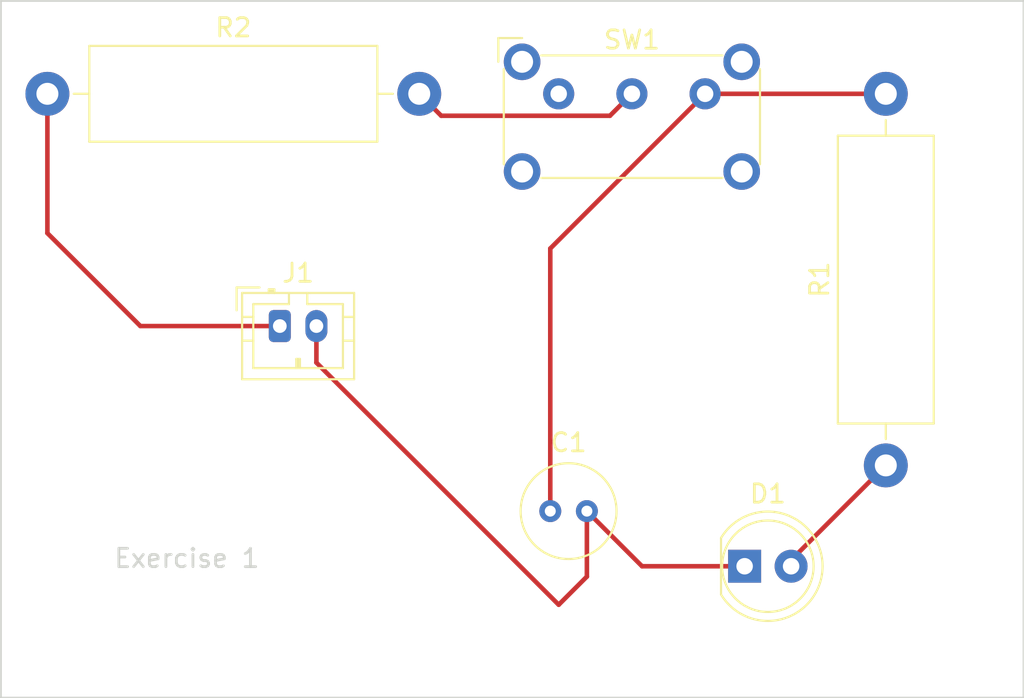
<source format=kicad_pcb>
(kicad_pcb (version 20211014) (generator pcbnew)
  (layers (0 "F.Cu" signal) (31 "B.Cu" signal) (34 "B.Paste" user) (35 "F.Paste" user) (36 "B.SilkS" user "B.Silkscreen") (37 "F.SilkS" user "F.Silkscreen") (38 "B.Mask" user) (39 "F.Mask" user) (44 "Edge.Cuts" user))
  (net 0 "")
  (net 1 "Net-(C1-Pad1)")
  (net 2 "Net-(C1-Pad2)")
  (net 3 "Net-(D1-Pad2)")
  (net 4 "Net-(J1-Pad1)")
  (net 5 "Net-(R2-Pad2)")
  (footprint "Connector_JST:JST_PH_B2B-PH-K_1x02_P2.00mm_Vertical" (layer "F.Cu") (at 129.54 78.74)
    (fp_text reference "J1" (at 1 -2.9) (layer "F.SilkS"))
    (fp_text value "9 V")
    (fp_line (start -0.3 -1.91) (end -0.6 -1.91) (layer "F.SilkS") (width 0.12))
    (fp_line (start -2.06 2.91) (end 4.06 2.91) (layer "F.SilkS") (width 0.12))
    (fp_line (start -0.6 -2.01) (end -0.6 -1.81) (layer "F.SilkS") (width 0.12))
    (fp_line (start -1.11 -2.11) (end -2.36 -2.11) (layer "F.SilkS") (width 0.12))
    (fp_line (start 1.5 -1.2) (end 1.5 -1.81) (layer "F.SilkS") (width 0.12))
    (fp_line (start 1.1 1.8) (end 1.1 2.3) (layer "F.SilkS") (width 0.12))
    (fp_line (start 0.5 -1.2) (end -1.45 -1.2) (layer "F.SilkS") (width 0.12))
    (fp_line (start 0.5 -1.81) (end 0.5 -1.2) (layer "F.SilkS") (width 0.12))
    (fp_line (start 4.06 0.8) (end 3.45 0.8) (layer "F.SilkS") (width 0.12))
    (fp_line (start -2.06 -0.5) (end -1.45 -0.5) (layer "F.SilkS") (width 0.12))
    (fp_line (start 4.06 -1.81) (end -2.06 -1.81) (layer "F.SilkS") (width 0.12))
    (fp_line (start 0.9 1.8) (end 1.1 1.8) (layer "F.SilkS") (width 0.12))
    (fp_line (start -1.45 -1.2) (end -1.45 2.3) (layer "F.SilkS") (width 0.12))
    (fp_line (start 4.06 -0.5) (end 3.45 -0.5) (layer "F.SilkS") (width 0.12))
    (fp_line (start -2.06 -1.81) (end -2.06 2.91) (layer "F.SilkS") (width 0.12))
    (fp_line (start 0.9 2.3) (end 0.9 1.8) (layer "F.SilkS") (width 0.12))
    (fp_line (start -2.06 0.8) (end -1.45 0.8) (layer "F.SilkS") (width 0.12))
    (fp_line (start -2.36 -2.11) (end -2.36 -0.86) (layer "F.SilkS") (width 0.12))
    (fp_line (start 3.45 2.3) (end 3.45 -1.2) (layer "F.SilkS") (width 0.12))
    (fp_line (start 3.45 -1.2) (end 1.5 -1.2) (layer "F.SilkS") (width 0.12))
    (fp_line (start 4.06 2.91) (end 4.06 -1.81) (layer "F.SilkS") (width 0.12))
    (fp_line (start -0.3 -2.01) (end -0.6 -2.01) (layer "F.SilkS") (width 0.12))
    (fp_line (start -0.3 -1.81) (end -0.3 -2.01) (layer "F.SilkS") (width 0.12))
    (fp_line (start -1.45 2.3) (end 3.45 2.3) (layer "F.SilkS") (width 0.12))
    (fp_line (start 1 2.3) (end 1 1.8) (layer "F.SilkS") (width 0.12))
    (pad "1" thru_hole roundrect (at 0 0) (size 1.2 1.75) (drill 0.75) (layers *.Cu *.Mask) (roundrect_rratio 0.208333) (net 4 "Net-(J1-Pad1)"))
    (pad "2" thru_hole oval (at 2 0) (size 1.2 1.75) (drill 0.75) (layers *.Cu *.Mask) (net 2 "Net-(C1-Pad2)"))
  )
  (footprint "Button_Switch_THT:SW_E-Switch_EG1224_SPDT_Angled" (layer "F.Cu") (at 144.78 66.04)
    (fp_text reference "SW1" (at 4 -2.95) (layer "F.SilkS"))
    (fp_text value "SW1")
    (fp_line (start -3 3.85) (end -3 -1.35) (layer "F.SilkS") (width 0.12))
    (fp_line (start -3.3 -3.05) (end -2 -3.05) (layer "F.SilkS") (width 0.12))
    (fp_line (start 11 -1.35) (end 11 3.85) (layer "F.SilkS") (width 0.12))
    (fp_line (start 8.95 4.6) (end -0.95 4.6) (layer "F.SilkS") (width 0.12))
    (fp_line (start -3.3 -1.75) (end -3.3 -3.05) (layer "F.SilkS") (width 0.12))
    (fp_line (start -0.95 -2.1) (end 8.95 -2.1) (layer "F.SilkS") (width 0.12))
    (pad "" thru_hole circle (at -2 -1.75) (size 2 2) (drill 1.2) (layers *.Cu *.Mask))
    (pad "" thru_hole circle (at -2 4.25) (size 2 2) (drill 1.2) (layers *.Cu *.Mask))
    (pad "" thru_hole circle (at 10 -1.75) (size 2 2) (drill 1.2) (layers *.Cu *.Mask))
    (pad "" thru_hole circle (at 10 4.25) (size 2 2) (drill 1.2) (layers *.Cu *.Mask))
    (pad "1" thru_hole circle (at 0 0) (size 1.7 1.7) (drill 0.9) (layers *.Cu *.Mask))
    (pad "2" thru_hole circle (at 4 0) (size 1.7 1.7) (drill 0.9) (layers *.Cu *.Mask) (net 5 "Net-(R2-Pad2)"))
    (pad "3" thru_hole circle (at 8 0) (size 1.7 1.7) (drill 0.9) (layers *.Cu *.Mask) (net 1 "Net-(C1-Pad1)"))
  )
  (footprint "Capacitor_THT:C_Radial_D5.0mm_H5.0mm_P2.00mm" (layer "F.Cu") (at 144.32 88.86)
    (fp_text reference "C1" (at 1 -3.75) (layer "F.SilkS"))
    (fp_text value "4.7 uF")
    (fp_circle (center 1 0) (end 3.62 0) (layer "F.SilkS") (width 0.12) (fill none))
    (pad "1" thru_hole circle (at 0 0) (size 1.2 1.2) (drill 0.6) (layers *.Cu *.Mask) (net 1 "Net-(C1-Pad1)"))
    (pad "2" thru_hole circle (at 2 0) (size 1.2 1.2) (drill 0.6) (layers *.Cu *.Mask) (net 2 "Net-(C1-Pad2)"))
  )
  (footprint "Resistor_THT:R_Axial_DIN0516_L15.5mm_D5.0mm_P20.32mm_Horizontal" (layer "F.Cu") (at 116.84 66.04)
    (fp_text reference "R2" (at 10.16 -3.62) (layer "F.SilkS"))
    (fp_text value "2.2 kΩ")
    (fp_line (start 2.29 -2.62) (end 2.29 2.62) (layer "F.SilkS") (width 0.12))
    (fp_line (start 18.03 2.62) (end 18.03 -2.62) (layer "F.SilkS") (width 0.12))
    (fp_line (start 18.03 -2.62) (end 2.29 -2.62) (layer "F.SilkS") (width 0.12))
    (fp_line (start 18.88 0) (end 18.03 0) (layer "F.SilkS") (width 0.12))
    (fp_line (start 2.29 2.62) (end 18.03 2.62) (layer "F.SilkS") (width 0.12))
    (fp_line (start 1.44 0) (end 2.29 0) (layer "F.SilkS") (width 0.12))
    (pad "1" thru_hole circle (at 0 0) (size 2.4 2.4) (drill 1.2) (layers *.Cu *.Mask) (net 4 "Net-(J1-Pad1)"))
    (pad "2" thru_hole oval (at 20.32 0) (size 2.4 2.4) (drill 1.2) (layers *.Cu *.Mask) (net 5 "Net-(R2-Pad2)"))
  )
  (footprint "Resistor_THT:R_Axial_DIN0516_L15.5mm_D5.0mm_P20.32mm_Horizontal" (layer "F.Cu") (at 162.655 86.36 90)
    (fp_text reference "R1" (at 10.16 -3.62 90) (layer "F.SilkS"))
    (fp_text value "20 kΩ")
    (fp_line (start 18.03 -2.62) (end 2.29 -2.62) (layer "F.SilkS") (width 0.12))
    (fp_line (start 18.88 0) (end 18.03 0) (layer "F.SilkS") (width 0.12))
    (fp_line (start 18.03 2.62) (end 18.03 -2.62) (layer "F.SilkS") (width 0.12))
    (fp_line (start 2.29 -2.62) (end 2.29 2.62) (layer "F.SilkS") (width 0.12))
    (fp_line (start 2.29 2.62) (end 18.03 2.62) (layer "F.SilkS") (width 0.12))
    (fp_line (start 1.44 0) (end 2.29 0) (layer "F.SilkS") (width 0.12))
    (pad "1" thru_hole circle (at 0 0 90) (size 2.4 2.4) (drill 1.2) (layers *.Cu *.Mask) (net 3 "Net-(D1-Pad2)"))
    (pad "2" thru_hole oval (at 20.32 0 90) (size 2.4 2.4) (drill 1.2) (layers *.Cu *.Mask) (net 1 "Net-(C1-Pad1)"))
  )
  (footprint "LED_THT:LED_D5.0mm" (layer "F.Cu") (at 154.94 91.874496)
    (fp_text reference "D1" (at 1.27 -3.96) (layer "F.SilkS"))
    (fp_text value "LED")
    (fp_line (start -1.29 -1.545) (end -1.29 1.545) (layer "F.SilkS") (width 0.12))
    (fp_arc (start 4.26 -0.000462) (mid 2.072002 2.880433) (end -1.29 1.54483) (layer "F.SilkS") (width 0.12))
    (fp_arc (start -1.29 -1.54483) (mid 2.072002 -2.880433) (end 4.26 0.000462) (layer "F.SilkS") (width 0.12))
    (fp_circle (center 1.27 0) (end 3.77 0) (layer "F.SilkS") (width 0.12) (fill none))
    (pad "1" thru_hole rect (at 0 0) (size 1.8 1.8) (drill 0.9) (layers *.Cu *.Mask) (net 2 "Net-(C1-Pad2)"))
    (pad "2" thru_hole circle (at 2.54 0) (size 1.8 1.8) (drill 0.9) (layers *.Cu *.Mask) (net 3 "Net-(D1-Pad2)"))
  )
  (gr_rect (start 170.18 99.06) (end 170.18 99.06) (layer "Edge.Cuts") (width 0.1) (fill none))
  (gr_rect (start 114.3 60.96) (end 170.18 99.06) (layer "Edge.Cuts") (width 0.1) (fill none))
  (gr_text "Exercise 1" (at 124.46 91.44) (layer "Edge.Cuts") (effects (font (size 1 1))))
  (segment (start 152.78 66.04) (end 144.32 74.5) (width 0.25) (layer "F.Cu") (net 1))
  (segment (start 152.78 66.04) (end 162.655 66.04) (width 0.25) (layer "F.Cu") (net 1))
  (segment (start 144.32 74.5) (end 144.32 88.86) (width 0.25) (layer "F.Cu") (net 1))
  (segment (start 131.54 80.74) (end 144.78 93.98) (width 0.25) (layer "F.Cu") (net 2))
  (segment (start 144.78 93.98) (end 146.32 92.44) (width 0.25) (layer "F.Cu") (net 2))
  (segment (start 149.334496 91.874496) (end 146.32 88.86) (width 0.25) (layer "F.Cu") (net 2))
  (segment (start 154.94 91.874496) (end 149.334496 91.874496) (width 0.25) (layer "F.Cu") (net 2))
  (segment (start 131.54 78.74) (end 131.54 80.74) (width 0.25) (layer "F.Cu") (net 2))
  (segment (start 146.32 92.44) (end 146.32 88.86) (width 0.25) (layer "F.Cu") (net 2))
  (segment (start 157.48 91.535) (end 157.48 91.874496) (width 0.25) (layer "F.Cu") (net 3))
  (segment (start 162.655 86.36) (end 157.48 91.535) (width 0.25) (layer "F.Cu") (net 3))
  (segment (start 129.54 78.74) (end 121.92 78.74) (width 0.25) (layer "F.Cu") (net 4))
  (segment (start 116.84 73.66) (end 116.84 66.04) (width 0.25) (layer "F.Cu") (net 4))
  (segment (start 121.92 78.74) (end 116.84 73.66) (width 0.25) (layer "F.Cu") (net 4))
  (segment (start 138.36 67.24) (end 147.58 67.24) (width 0.25) (layer "F.Cu") (net 5))
  (segment (start 147.58 67.24) (end 148.78 66.04) (width 0.25) (layer "F.Cu") (net 5))
  (segment (start 137.16 66.04) (end 138.36 67.24) (width 0.25) (layer "F.Cu") (net 5))
)
</source>
